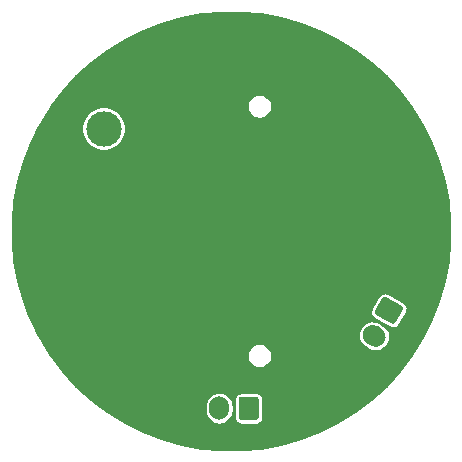
<source format=gbl>
G04 #@! TF.GenerationSoftware,KiCad,Pcbnew,(5.1.10)-1*
G04 #@! TF.CreationDate,2021-05-29T19:25:13+08:00*
G04 #@! TF.ProjectId,tiny2_V1.0,74696e79-325f-4563-912e-302e6b696361,rev?*
G04 #@! TF.SameCoordinates,Original*
G04 #@! TF.FileFunction,Copper,L2,Bot*
G04 #@! TF.FilePolarity,Positive*
%FSLAX46Y46*%
G04 Gerber Fmt 4.6, Leading zero omitted, Abs format (unit mm)*
G04 Created by KiCad (PCBNEW (5.1.10)-1) date 2021-05-29 19:25:13*
%MOMM*%
%LPD*%
G01*
G04 APERTURE LIST*
G04 #@! TA.AperFunction,ComponentPad*
%ADD10C,3.000000*%
G04 #@! TD*
G04 #@! TA.AperFunction,ComponentPad*
%ADD11C,0.100000*%
G04 #@! TD*
G04 #@! TA.AperFunction,ComponentPad*
%ADD12O,1.700000X2.000000*%
G04 #@! TD*
G04 #@! TA.AperFunction,ViaPad*
%ADD13C,0.800000*%
G04 #@! TD*
G04 #@! TA.AperFunction,Conductor*
%ADD14C,0.254000*%
G04 #@! TD*
G04 #@! TA.AperFunction,Conductor*
%ADD15C,0.100000*%
G04 #@! TD*
G04 APERTURE END LIST*
G04 #@! TA.AperFunction,ComponentPad*
G36*
G01*
X12407816Y-8072282D02*
X12667624Y-8222282D01*
G75*
G02*
X12978746Y-9383404I-425000J-736122D01*
G01*
X12978746Y-9383404D01*
G75*
G02*
X11817624Y-9694526I-736122J425000D01*
G01*
X11557816Y-9544526D01*
G75*
G02*
X11246694Y-8383404I425000J736122D01*
G01*
X11246694Y-8383404D01*
G75*
G02*
X12407816Y-8072282I736122J-425000D01*
G01*
G37*
G04 #@! TD.AperFunction*
G04 #@! TA.AperFunction,ComponentPad*
G36*
G01*
X13138201Y-5607219D02*
X14437239Y-6357219D01*
G75*
G02*
X14528745Y-6698725I-125000J-216506D01*
G01*
X13928745Y-7737955D01*
G75*
G02*
X13587239Y-7829461I-216506J125000D01*
G01*
X12288201Y-7079461D01*
G75*
G02*
X12196695Y-6737955I125000J216506D01*
G01*
X12796695Y-5698725D01*
G75*
G02*
X13138201Y-5607219I216506J-125000D01*
G01*
G37*
G04 #@! TD.AperFunction*
D10*
X-10788160Y8663659D03*
G04 #@! TA.AperFunction,ComponentPad*
D11*
G36*
X-12179122Y3254442D02*
G01*
X-14777198Y4754442D01*
X-13277198Y7352518D01*
X-10679122Y5852518D01*
X-12179122Y3254442D01*
G37*
G04 #@! TD.AperFunction*
D12*
X-1004160Y-15016520D03*
G04 #@! TA.AperFunction,ComponentPad*
G36*
G01*
X2345840Y-14266520D02*
X2345840Y-15766520D01*
G75*
G02*
X2095840Y-16016520I-250000J0D01*
G01*
X895840Y-16016520D01*
G75*
G02*
X645840Y-15766520I0J250000D01*
G01*
X645840Y-14266520D01*
G75*
G02*
X895840Y-14016520I250000J0D01*
G01*
X2095840Y-14016520D01*
G75*
G02*
X2345840Y-14266520I0J-250000D01*
G01*
G37*
G04 #@! TD.AperFunction*
D13*
X-9426160Y-1808520D03*
X-8664160Y-4602520D03*
X-28160Y1747480D03*
X-28160Y-2316520D03*
X9115840Y5811480D03*
X9115840Y2001480D03*
X9115840Y-2316520D03*
X9115840Y-6126520D03*
D14*
X2558518Y18341411D02*
X4239935Y18027099D01*
X5885179Y17558987D01*
X7480213Y16941068D01*
X9011428Y16178613D01*
X10465761Y15278128D01*
X11830804Y14247296D01*
X13094910Y13094910D01*
X14247296Y11830804D01*
X15278128Y10465761D01*
X16178613Y9011428D01*
X16941068Y7480213D01*
X17558987Y5885179D01*
X18027099Y4239935D01*
X18341411Y2558518D01*
X18499240Y855271D01*
X18499240Y-855271D01*
X18341411Y-2558518D01*
X18027099Y-4239935D01*
X17558987Y-5885179D01*
X16941068Y-7480213D01*
X16178613Y-9011428D01*
X15278128Y-10465761D01*
X14247296Y-11830804D01*
X13094910Y-13094910D01*
X11830804Y-14247296D01*
X10465761Y-15278128D01*
X9011428Y-16178613D01*
X7480213Y-16941068D01*
X5885179Y-17558987D01*
X4239935Y-18027099D01*
X2558518Y-18341411D01*
X855271Y-18499240D01*
X-855271Y-18499240D01*
X-2558518Y-18341411D01*
X-4239935Y-18027099D01*
X-5885179Y-17558987D01*
X-7480213Y-16941068D01*
X-9011428Y-16178613D01*
X-10465761Y-15278128D01*
X-11090896Y-14806048D01*
X-2235160Y-14806048D01*
X-2235160Y-15226991D01*
X-2217348Y-15407837D01*
X-2146958Y-15639882D01*
X-2032651Y-15853735D01*
X-1878820Y-16041180D01*
X-1691376Y-16195011D01*
X-1477523Y-16309318D01*
X-1245478Y-16379708D01*
X-1004160Y-16403476D01*
X-762843Y-16379708D01*
X-530798Y-16309318D01*
X-316945Y-16195011D01*
X-129500Y-16041180D01*
X24331Y-15853736D01*
X138638Y-15639883D01*
X209028Y-15407838D01*
X226840Y-15226992D01*
X226840Y-14806049D01*
X209028Y-14625203D01*
X138638Y-14393158D01*
X70949Y-14266520D01*
X262997Y-14266520D01*
X262997Y-15766520D01*
X275157Y-15889982D01*
X311169Y-16008699D01*
X369650Y-16118109D01*
X448352Y-16214008D01*
X544251Y-16292710D01*
X653661Y-16351191D01*
X772378Y-16387203D01*
X895840Y-16399363D01*
X2095840Y-16399363D01*
X2219302Y-16387203D01*
X2338019Y-16351191D01*
X2447429Y-16292710D01*
X2543328Y-16214008D01*
X2622030Y-16118109D01*
X2680511Y-16008699D01*
X2716523Y-15889982D01*
X2728683Y-15766520D01*
X2728683Y-14266520D01*
X2716523Y-14143058D01*
X2680511Y-14024341D01*
X2622030Y-13914931D01*
X2543328Y-13819032D01*
X2447429Y-13740330D01*
X2338019Y-13681849D01*
X2219302Y-13645837D01*
X2095840Y-13633677D01*
X895840Y-13633677D01*
X772378Y-13645837D01*
X653661Y-13681849D01*
X544251Y-13740330D01*
X448352Y-13819032D01*
X369650Y-13914931D01*
X311169Y-14024341D01*
X275157Y-14143058D01*
X262997Y-14266520D01*
X70949Y-14266520D01*
X24331Y-14179305D01*
X-129500Y-13991860D01*
X-316944Y-13838029D01*
X-530797Y-13723722D01*
X-762842Y-13653332D01*
X-1004160Y-13629564D01*
X-1245477Y-13653332D01*
X-1477522Y-13723722D01*
X-1691375Y-13838029D01*
X-1878819Y-13991860D01*
X-2032650Y-14179304D01*
X-2146958Y-14393157D01*
X-2217348Y-14625202D01*
X-2235160Y-14806048D01*
X-11090896Y-14806048D01*
X-11830804Y-14247296D01*
X-13094910Y-13094910D01*
X-14247296Y-11830804D01*
X-15278128Y-10465761D01*
X-15290977Y-10445008D01*
X1344000Y-10445008D01*
X1344000Y-10654992D01*
X1384966Y-10860941D01*
X1465323Y-11054940D01*
X1581984Y-11229535D01*
X1730465Y-11378016D01*
X1905060Y-11494677D01*
X2099059Y-11575034D01*
X2305008Y-11616000D01*
X2514992Y-11616000D01*
X2720941Y-11575034D01*
X2914940Y-11494677D01*
X3089535Y-11378016D01*
X3238016Y-11229535D01*
X3354677Y-11054940D01*
X3435034Y-10860941D01*
X3476000Y-10654992D01*
X3476000Y-10445008D01*
X3435034Y-10239059D01*
X3354677Y-10045060D01*
X3238016Y-9870465D01*
X3089535Y-9721984D01*
X2914940Y-9605323D01*
X2720941Y-9524966D01*
X2514992Y-9484000D01*
X2305008Y-9484000D01*
X2099059Y-9524966D01*
X1905060Y-9605323D01*
X1730465Y-9721984D01*
X1581984Y-9870465D01*
X1465323Y-10045060D01*
X1384966Y-10239059D01*
X1344000Y-10445008D01*
X-15290977Y-10445008D01*
X-16178613Y-9011428D01*
X-16239423Y-8889305D01*
X10748509Y-8889305D01*
X10788009Y-9128552D01*
X10873425Y-9355496D01*
X11001474Y-9561415D01*
X11167236Y-9738397D01*
X11314947Y-9844245D01*
X11679495Y-10054717D01*
X11845018Y-10129714D01*
X12081169Y-10184777D01*
X12323525Y-10192711D01*
X12562772Y-10153211D01*
X12789715Y-10067795D01*
X12995634Y-9939746D01*
X13172616Y-9773984D01*
X13313859Y-9576881D01*
X13413934Y-9356009D01*
X13468997Y-9119857D01*
X13476930Y-8877502D01*
X13437431Y-8638256D01*
X13352015Y-8411312D01*
X13223966Y-8205393D01*
X13058204Y-8028411D01*
X12910493Y-7922563D01*
X12545945Y-7712091D01*
X12380421Y-7637094D01*
X12144269Y-7582031D01*
X11901915Y-7574097D01*
X11662668Y-7613597D01*
X11435724Y-7699013D01*
X11229805Y-7827062D01*
X11052823Y-7992824D01*
X10911581Y-8189927D01*
X10811506Y-8410799D01*
X10756443Y-8646951D01*
X10748509Y-8889305D01*
X-16239423Y-8889305D01*
X-16941068Y-7480213D01*
X-17164160Y-6904345D01*
X11781713Y-6904345D01*
X11801922Y-7026747D01*
X11845621Y-7142854D01*
X11911133Y-7248205D01*
X11995939Y-7338752D01*
X12096779Y-7411013D01*
X13395817Y-8161013D01*
X13508818Y-8212213D01*
X13629636Y-8240384D01*
X13753629Y-8244443D01*
X13876031Y-8224234D01*
X13992138Y-8180535D01*
X14097489Y-8115023D01*
X14188035Y-8030217D01*
X14260297Y-7929377D01*
X14860297Y-6890147D01*
X14911497Y-6777146D01*
X14939668Y-6656328D01*
X14943727Y-6532335D01*
X14923518Y-6409933D01*
X14879819Y-6293826D01*
X14814307Y-6188475D01*
X14729501Y-6097928D01*
X14628661Y-6025667D01*
X13329623Y-5275667D01*
X13216622Y-5224467D01*
X13095804Y-5196296D01*
X12971811Y-5192237D01*
X12849409Y-5212446D01*
X12733302Y-5256145D01*
X12627951Y-5321657D01*
X12537405Y-5406463D01*
X12465143Y-5507303D01*
X11865143Y-6546533D01*
X11813943Y-6659534D01*
X11785772Y-6780352D01*
X11781713Y-6904345D01*
X-17164160Y-6904345D01*
X-17558987Y-5885179D01*
X-18027099Y-4239935D01*
X-18341411Y-2558518D01*
X-18499240Y-855271D01*
X-18499240Y855271D01*
X-18341411Y2558518D01*
X-18027099Y4239935D01*
X-17558987Y5885179D01*
X-16941068Y7480213D01*
X-16259532Y8848921D01*
X-12669160Y8848921D01*
X-12669160Y8478397D01*
X-12596874Y8114992D01*
X-12455080Y7772672D01*
X-12249228Y7464592D01*
X-11987227Y7202591D01*
X-11679147Y6996739D01*
X-11336827Y6854945D01*
X-10973422Y6782659D01*
X-10602898Y6782659D01*
X-10239493Y6854945D01*
X-9897173Y6996739D01*
X-9589093Y7202591D01*
X-9327092Y7464592D01*
X-9121240Y7772672D01*
X-8979446Y8114992D01*
X-8907160Y8478397D01*
X-8907160Y8848921D01*
X-8979446Y9212326D01*
X-9121240Y9554646D01*
X-9327092Y9862726D01*
X-9589093Y10124727D01*
X-9897173Y10330579D01*
X-10239493Y10472373D01*
X-10602898Y10544659D01*
X-10973422Y10544659D01*
X-11336827Y10472373D01*
X-11679147Y10330579D01*
X-11987227Y10124727D01*
X-12249228Y9862726D01*
X-12455080Y9554646D01*
X-12596874Y9212326D01*
X-12669160Y8848921D01*
X-16259532Y8848921D01*
X-16178613Y9011428D01*
X-15278128Y10465761D01*
X-15135228Y10654992D01*
X1344000Y10654992D01*
X1344000Y10445008D01*
X1384966Y10239059D01*
X1465323Y10045060D01*
X1581984Y9870465D01*
X1730465Y9721984D01*
X1905060Y9605323D01*
X2099059Y9524966D01*
X2305008Y9484000D01*
X2514992Y9484000D01*
X2720941Y9524966D01*
X2914940Y9605323D01*
X3089535Y9721984D01*
X3238016Y9870465D01*
X3354677Y10045060D01*
X3435034Y10239059D01*
X3476000Y10445008D01*
X3476000Y10654992D01*
X3435034Y10860941D01*
X3354677Y11054940D01*
X3238016Y11229535D01*
X3089535Y11378016D01*
X2914940Y11494677D01*
X2720941Y11575034D01*
X2514992Y11616000D01*
X2305008Y11616000D01*
X2099059Y11575034D01*
X1905060Y11494677D01*
X1730465Y11378016D01*
X1581984Y11229535D01*
X1465323Y11054940D01*
X1384966Y10860941D01*
X1344000Y10654992D01*
X-15135228Y10654992D01*
X-14247296Y11830804D01*
X-13094910Y13094910D01*
X-11830804Y14247296D01*
X-10465761Y15278128D01*
X-9011428Y16178613D01*
X-7480213Y16941068D01*
X-5885179Y17558987D01*
X-4239935Y18027099D01*
X-2558518Y18341411D01*
X-855271Y18499240D01*
X855271Y18499240D01*
X2558518Y18341411D01*
G04 #@! TA.AperFunction,Conductor*
D15*
G36*
X2558518Y18341411D02*
G01*
X4239935Y18027099D01*
X5885179Y17558987D01*
X7480213Y16941068D01*
X9011428Y16178613D01*
X10465761Y15278128D01*
X11830804Y14247296D01*
X13094910Y13094910D01*
X14247296Y11830804D01*
X15278128Y10465761D01*
X16178613Y9011428D01*
X16941068Y7480213D01*
X17558987Y5885179D01*
X18027099Y4239935D01*
X18341411Y2558518D01*
X18499240Y855271D01*
X18499240Y-855271D01*
X18341411Y-2558518D01*
X18027099Y-4239935D01*
X17558987Y-5885179D01*
X16941068Y-7480213D01*
X16178613Y-9011428D01*
X15278128Y-10465761D01*
X14247296Y-11830804D01*
X13094910Y-13094910D01*
X11830804Y-14247296D01*
X10465761Y-15278128D01*
X9011428Y-16178613D01*
X7480213Y-16941068D01*
X5885179Y-17558987D01*
X4239935Y-18027099D01*
X2558518Y-18341411D01*
X855271Y-18499240D01*
X-855271Y-18499240D01*
X-2558518Y-18341411D01*
X-4239935Y-18027099D01*
X-5885179Y-17558987D01*
X-7480213Y-16941068D01*
X-9011428Y-16178613D01*
X-10465761Y-15278128D01*
X-11090896Y-14806048D01*
X-2235160Y-14806048D01*
X-2235160Y-15226991D01*
X-2217348Y-15407837D01*
X-2146958Y-15639882D01*
X-2032651Y-15853735D01*
X-1878820Y-16041180D01*
X-1691376Y-16195011D01*
X-1477523Y-16309318D01*
X-1245478Y-16379708D01*
X-1004160Y-16403476D01*
X-762843Y-16379708D01*
X-530798Y-16309318D01*
X-316945Y-16195011D01*
X-129500Y-16041180D01*
X24331Y-15853736D01*
X138638Y-15639883D01*
X209028Y-15407838D01*
X226840Y-15226992D01*
X226840Y-14806049D01*
X209028Y-14625203D01*
X138638Y-14393158D01*
X70949Y-14266520D01*
X262997Y-14266520D01*
X262997Y-15766520D01*
X275157Y-15889982D01*
X311169Y-16008699D01*
X369650Y-16118109D01*
X448352Y-16214008D01*
X544251Y-16292710D01*
X653661Y-16351191D01*
X772378Y-16387203D01*
X895840Y-16399363D01*
X2095840Y-16399363D01*
X2219302Y-16387203D01*
X2338019Y-16351191D01*
X2447429Y-16292710D01*
X2543328Y-16214008D01*
X2622030Y-16118109D01*
X2680511Y-16008699D01*
X2716523Y-15889982D01*
X2728683Y-15766520D01*
X2728683Y-14266520D01*
X2716523Y-14143058D01*
X2680511Y-14024341D01*
X2622030Y-13914931D01*
X2543328Y-13819032D01*
X2447429Y-13740330D01*
X2338019Y-13681849D01*
X2219302Y-13645837D01*
X2095840Y-13633677D01*
X895840Y-13633677D01*
X772378Y-13645837D01*
X653661Y-13681849D01*
X544251Y-13740330D01*
X448352Y-13819032D01*
X369650Y-13914931D01*
X311169Y-14024341D01*
X275157Y-14143058D01*
X262997Y-14266520D01*
X70949Y-14266520D01*
X24331Y-14179305D01*
X-129500Y-13991860D01*
X-316944Y-13838029D01*
X-530797Y-13723722D01*
X-762842Y-13653332D01*
X-1004160Y-13629564D01*
X-1245477Y-13653332D01*
X-1477522Y-13723722D01*
X-1691375Y-13838029D01*
X-1878819Y-13991860D01*
X-2032650Y-14179304D01*
X-2146958Y-14393157D01*
X-2217348Y-14625202D01*
X-2235160Y-14806048D01*
X-11090896Y-14806048D01*
X-11830804Y-14247296D01*
X-13094910Y-13094910D01*
X-14247296Y-11830804D01*
X-15278128Y-10465761D01*
X-15290977Y-10445008D01*
X1344000Y-10445008D01*
X1344000Y-10654992D01*
X1384966Y-10860941D01*
X1465323Y-11054940D01*
X1581984Y-11229535D01*
X1730465Y-11378016D01*
X1905060Y-11494677D01*
X2099059Y-11575034D01*
X2305008Y-11616000D01*
X2514992Y-11616000D01*
X2720941Y-11575034D01*
X2914940Y-11494677D01*
X3089535Y-11378016D01*
X3238016Y-11229535D01*
X3354677Y-11054940D01*
X3435034Y-10860941D01*
X3476000Y-10654992D01*
X3476000Y-10445008D01*
X3435034Y-10239059D01*
X3354677Y-10045060D01*
X3238016Y-9870465D01*
X3089535Y-9721984D01*
X2914940Y-9605323D01*
X2720941Y-9524966D01*
X2514992Y-9484000D01*
X2305008Y-9484000D01*
X2099059Y-9524966D01*
X1905060Y-9605323D01*
X1730465Y-9721984D01*
X1581984Y-9870465D01*
X1465323Y-10045060D01*
X1384966Y-10239059D01*
X1344000Y-10445008D01*
X-15290977Y-10445008D01*
X-16178613Y-9011428D01*
X-16239423Y-8889305D01*
X10748509Y-8889305D01*
X10788009Y-9128552D01*
X10873425Y-9355496D01*
X11001474Y-9561415D01*
X11167236Y-9738397D01*
X11314947Y-9844245D01*
X11679495Y-10054717D01*
X11845018Y-10129714D01*
X12081169Y-10184777D01*
X12323525Y-10192711D01*
X12562772Y-10153211D01*
X12789715Y-10067795D01*
X12995634Y-9939746D01*
X13172616Y-9773984D01*
X13313859Y-9576881D01*
X13413934Y-9356009D01*
X13468997Y-9119857D01*
X13476930Y-8877502D01*
X13437431Y-8638256D01*
X13352015Y-8411312D01*
X13223966Y-8205393D01*
X13058204Y-8028411D01*
X12910493Y-7922563D01*
X12545945Y-7712091D01*
X12380421Y-7637094D01*
X12144269Y-7582031D01*
X11901915Y-7574097D01*
X11662668Y-7613597D01*
X11435724Y-7699013D01*
X11229805Y-7827062D01*
X11052823Y-7992824D01*
X10911581Y-8189927D01*
X10811506Y-8410799D01*
X10756443Y-8646951D01*
X10748509Y-8889305D01*
X-16239423Y-8889305D01*
X-16941068Y-7480213D01*
X-17164160Y-6904345D01*
X11781713Y-6904345D01*
X11801922Y-7026747D01*
X11845621Y-7142854D01*
X11911133Y-7248205D01*
X11995939Y-7338752D01*
X12096779Y-7411013D01*
X13395817Y-8161013D01*
X13508818Y-8212213D01*
X13629636Y-8240384D01*
X13753629Y-8244443D01*
X13876031Y-8224234D01*
X13992138Y-8180535D01*
X14097489Y-8115023D01*
X14188035Y-8030217D01*
X14260297Y-7929377D01*
X14860297Y-6890147D01*
X14911497Y-6777146D01*
X14939668Y-6656328D01*
X14943727Y-6532335D01*
X14923518Y-6409933D01*
X14879819Y-6293826D01*
X14814307Y-6188475D01*
X14729501Y-6097928D01*
X14628661Y-6025667D01*
X13329623Y-5275667D01*
X13216622Y-5224467D01*
X13095804Y-5196296D01*
X12971811Y-5192237D01*
X12849409Y-5212446D01*
X12733302Y-5256145D01*
X12627951Y-5321657D01*
X12537405Y-5406463D01*
X12465143Y-5507303D01*
X11865143Y-6546533D01*
X11813943Y-6659534D01*
X11785772Y-6780352D01*
X11781713Y-6904345D01*
X-17164160Y-6904345D01*
X-17558987Y-5885179D01*
X-18027099Y-4239935D01*
X-18341411Y-2558518D01*
X-18499240Y-855271D01*
X-18499240Y855271D01*
X-18341411Y2558518D01*
X-18027099Y4239935D01*
X-17558987Y5885179D01*
X-16941068Y7480213D01*
X-16259532Y8848921D01*
X-12669160Y8848921D01*
X-12669160Y8478397D01*
X-12596874Y8114992D01*
X-12455080Y7772672D01*
X-12249228Y7464592D01*
X-11987227Y7202591D01*
X-11679147Y6996739D01*
X-11336827Y6854945D01*
X-10973422Y6782659D01*
X-10602898Y6782659D01*
X-10239493Y6854945D01*
X-9897173Y6996739D01*
X-9589093Y7202591D01*
X-9327092Y7464592D01*
X-9121240Y7772672D01*
X-8979446Y8114992D01*
X-8907160Y8478397D01*
X-8907160Y8848921D01*
X-8979446Y9212326D01*
X-9121240Y9554646D01*
X-9327092Y9862726D01*
X-9589093Y10124727D01*
X-9897173Y10330579D01*
X-10239493Y10472373D01*
X-10602898Y10544659D01*
X-10973422Y10544659D01*
X-11336827Y10472373D01*
X-11679147Y10330579D01*
X-11987227Y10124727D01*
X-12249228Y9862726D01*
X-12455080Y9554646D01*
X-12596874Y9212326D01*
X-12669160Y8848921D01*
X-16259532Y8848921D01*
X-16178613Y9011428D01*
X-15278128Y10465761D01*
X-15135228Y10654992D01*
X1344000Y10654992D01*
X1344000Y10445008D01*
X1384966Y10239059D01*
X1465323Y10045060D01*
X1581984Y9870465D01*
X1730465Y9721984D01*
X1905060Y9605323D01*
X2099059Y9524966D01*
X2305008Y9484000D01*
X2514992Y9484000D01*
X2720941Y9524966D01*
X2914940Y9605323D01*
X3089535Y9721984D01*
X3238016Y9870465D01*
X3354677Y10045060D01*
X3435034Y10239059D01*
X3476000Y10445008D01*
X3476000Y10654992D01*
X3435034Y10860941D01*
X3354677Y11054940D01*
X3238016Y11229535D01*
X3089535Y11378016D01*
X2914940Y11494677D01*
X2720941Y11575034D01*
X2514992Y11616000D01*
X2305008Y11616000D01*
X2099059Y11575034D01*
X1905060Y11494677D01*
X1730465Y11378016D01*
X1581984Y11229535D01*
X1465323Y11054940D01*
X1384966Y10860941D01*
X1344000Y10654992D01*
X-15135228Y10654992D01*
X-14247296Y11830804D01*
X-13094910Y13094910D01*
X-11830804Y14247296D01*
X-10465761Y15278128D01*
X-9011428Y16178613D01*
X-7480213Y16941068D01*
X-5885179Y17558987D01*
X-4239935Y18027099D01*
X-2558518Y18341411D01*
X-855271Y18499240D01*
X855271Y18499240D01*
X2558518Y18341411D01*
G37*
G04 #@! TD.AperFunction*
M02*

</source>
